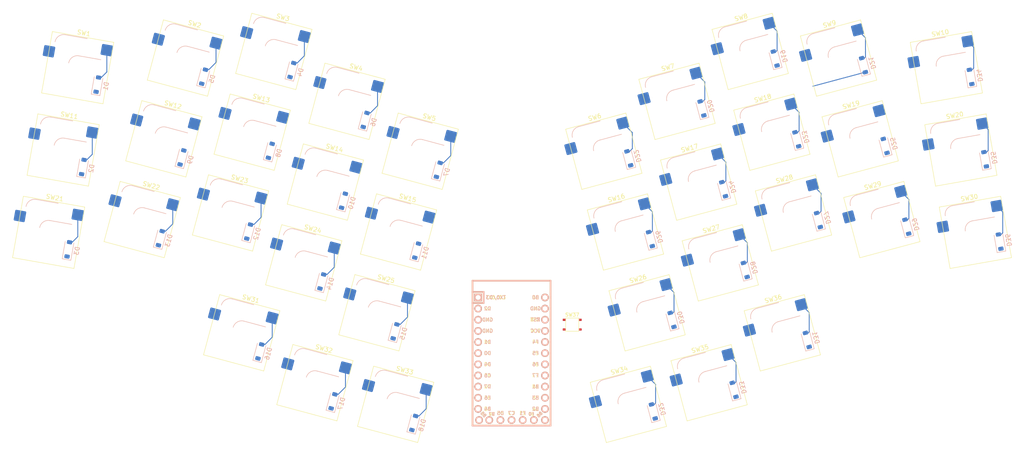
<source format=kicad_pcb>
(kicad_pcb (version 20240108) (generator "pcbnew") (generator_version "8.0")
  (layers (0 "F.Cu" signal) (31 "B.Cu" signal) (34 "B.Paste" user) (35 "F.Paste" user) (36 "B.SilkS" user "B.Silkscreen") (37 "F.SilkS" user "F.Silkscreen") (38 "B.Mask" user) (39 "F.Mask" user) (44 "Edge.Cuts" user))
  (net 0 "")
  (net 1 "COL0")
  (net 2 "Net-(D1-A)")
  (net 3 "Net-(D2-A)")
  (net 4 "Net-(D3-A)")
  (net 5 "Net-(D4-A)")
  (net 6 "Net-(D5-A)")
  (net 7 "Net-(D6-A)")
  (net 8 "Net-(D7-A)")
  (net 9 "Net-(D8-A)")
  (net 10 "Net-(D9-A)")
  (net 11 "Net-(D10-A)")
  (net 12 "Net-(D11-A)")
  (net 13 "Net-(D12-A)")
  (net 14 "Net-(D13-A)")
  (net 15 "Net-(D14-A)")
  (net 16 "Net-(D15-A)")
  (net 17 "Net-(D16-A)")
  (net 18 "Net-(D17-A)")
  (net 19 "Net-(D18-A)")
  (net 20 "Net-(D19-A)")
  (net 21 "Net-(D20-A)")
  (net 22 "Net-(D21-A)")
  (net 23 "Net-(D22-A)")
  (net 24 "Net-(D23-A)")
  (net 25 "Net-(D24-A)")
  (net 26 "Net-(D25-A)")
  (net 27 "Net-(D26-A)")
  (net 28 "Net-(D27-A)")
  (net 29 "Net-(D28-A)")
  (net 30 "Net-(D29-A)")
  (net 31 "Net-(D30-A)")
  (net 32 "Net-(D31-A)")
  (net 33 "Net-(D32-A)")
  (net 34 "Net-(D33-A)")
  (net 35 "Net-(D34-A)")
  (net 36 "Net-(D35-A)")
  (net 37 "Net-(D36-A)")
  (net 38 "ROW0")
  (net 39 "ROW1")
  (net 40 "ROW2")
  (net 41 "ROW3")
  (net 42 "COL1")
  (net 43 "COL2")
  (net 44 "COL3")
  (net 45 "COL4")
  (net 46 "COL5")
  (net 47 "COL6")
  (net 48 "COL7")
  (net 49 "COL8")
  (net 50 "COL9")
  (net 51 "GND")
  (net 54 "Net-(U1-RST)")
  (net 55 "Net-(U1-GND-Pad3)")
  (footprint "Switch_Keyboard_Hotswap_Kailh:SW_Hotswap_Kailh_MX_1.00u" (layer "F.Cu") (at 190.58191 56.25398 15)
    (property "Reference" "SW18")
    (property "Value" "SW_Push")
  )
  (footprint "Switch_Keyboard_Hotswap_Kailh:SW_Hotswap_Kailh_MX_1.00u" (layer "F.Cu") (at 32.431975 41.548969 -10)
    (property "Reference" "SW1")
    (property "Value" "SW_Push")
  )
  (footprint "Switch_Keyboard_Hotswap_Kailh:SW_Hotswap_Kailh_MX_1.00u" (layer "F.Cu") (at 29.123977 60.309556 -10)
    (property "Reference" "SW11")
    (property "Value" "SW_Push")
  )
  (footprint "Switch_Keyboard_Hotswap_Kailh:SW_Hotswap_Kailh_MX_1.00u" (layer "F.Cu") (at 83.932167 86.021492 -15)
    (property "Reference" "SW24")
    (property "Value" "SW_Push")
  )
  (footprint "Switch_Keyboard_Hotswap_Kailh:SW_Hotswap_Kailh_MX_1.00u" (layer "F.Cu") (at 152.300985 60.594719 15)
    (property "Reference" "SW6")
    (property "Value" "SW_Push")
  )
  (footprint "Switch_Keyboard_Hotswap_Kailh:SW_Hotswap_Kailh_MX_1.00u" (layer "F.Cu") (at 178.837202 86.02568 15)
    (property "Reference" "SW27")
    (property "Value" "SW_Push")
  )
  (footprint "Switch_Keyboard_Hotswap_Kailh:SW_Hotswap_Kailh_MX_1.00u" (layer "F.Cu") (at 56.991399 39.358712 -15)
    (property "Reference" "SW2")
    (property "Value" "SW_Push")
  )
  (footprint "Switch_Keyboard_Hotswap_Kailh:SW_Hotswap_Kailh_MX_1.00u" (layer "F.Cu") (at 162.161991 97.396493 15)
    (property "Reference" "SW26")
    (property "Value" "SW_Push")
  )
  (footprint "Switch_Keyboard_Hotswap_Kailh:SW_Hotswap_Kailh_MX_1.00u" (layer "F.Cu") (at 205.77797 39.3629 15)
    (property "Reference" "SW9")
    (property "Value" "SW_Push")
  )
  (footprint "Switch_Keyboard_Hotswap_Kailh:SW_Hotswap_Kailh_MX_1.00u" (layer "F.Cu") (at 47.130393 76.160486 -15)
    (property "Reference" "SW22")
    (property "Value" "SW_Push")
  )
  (footprint "Switch_Keyboard_Hotswap_Kailh:SW_Hotswap_Kailh_MX_1.00u" (layer "F.Cu") (at 86.476432 113.327941 -15)
    (property "Reference" "SW32")
    (property "Value" "SW_Push")
  )
  (footprint "Switch_Keyboard_Hotswap_Kailh:SW_Hotswap_Kailh_MX_1.00u" (layer "F.Cu") (at 157.231488 78.995606 15)
    (property "Reference" "SW16")
    (property "Value" "SW_Push")
  )
  (footprint "Switch_Keyboard_Hotswap_Kailh:SW_Hotswap_Kailh_MX_1.00u" (layer "F.Cu") (at 77.117962 37.848905 -15)
    (property "Reference" "SW3")
    (property "Value" "SW_Push")
  )
  (footprint "Switch_Keyboard_Hotswap_Kailh:SW_Hotswap_Kailh_MX_1.00u" (layer "F.Cu") (at 104.877319 118.258444 -15)
    (property "Reference" "SW33")
    (property "Value" "SW_Push")
  )
  (footprint "Switch_Keyboard_Hotswap_Kailh:SW_Hotswap_Kailh_MX_1.00u" (layer "F.Cu") (at 100.607378 97.392305 -15)
    (property "Reference" "SW25")
    (property "Value" "SW_Push")
  )
  (footprint "Switch_Keyboard_Hotswap_Kailh:SW_Hotswap_Kailh_MX_1.00u" (layer "F.Cu") (at 110.468384 60.590531 -15)
    (property "Reference" "SW5")
    (property "Value" "SW_Push")
  )
  (footprint "Switch_Keyboard_Hotswap_Kailh:SW_Hotswap_Kailh_MX_1.00u" (layer "F.Cu") (at 192.968148 101.961316 15)
    (property "Reference" "SW36")
    (property "Value" "SW_Push")
  )
  (footprint "Switch_Keyboard_Hotswap_Kailh:SW_Hotswap_Kailh_MX_1.00u" (layer "F.Cu") (at 157.89205 118.262632 15)
    (property "Reference" "SW34")
    (property "Value" "SW_Push")
  )
  (footprint "Switch_Keyboard_Hotswap_Kailh:SW_Hotswap_Kailh_MX_1.00u" (layer "F.Cu") (at 173.906699 67.624793 15)
    (property "Reference" "SW17")
    (property "Value" "SW_Push")
  )
  (footprint "Switch_Keyboard_Hotswap_Kailh:SW_Hotswap_Kailh_MX_1.00u" (layer "F.Cu") (at 233.645392 60.313744 10)
    (property "Reference" "SW20")
    (property "Value" "SW_Push")
  )
  (footprint "Switch_Keyboard_Hotswap_Kailh:SW_Hotswap_Kailh_MX_1.00u" (layer "F.Cu") (at 215.638976 76.164674 15)
    (property "Reference" "SW29")
    (property "Value" "SW_Push")
  )
  (footprint "Switch_Keyboard_Hotswap_Kailh:SW_Hotswap_Kailh_MX_1.00u" (layer "F.Cu") (at 69.801221 101.957128 -15)
    (property "Reference" "SW31")
    (property "Value" "SW_Push")
  )
  (footprint "Switch_Keyboard_Hotswap_Kailh:SW_Hotswap_Kailh_MX_1.00u" (layer "F.Cu") (at 185.651407 37.853093 15)
    (property "Reference" "SW8")
    (property "Value" "SW_Push")
  )
  (footprint "Switch_Keyboard_Hotswap_Kailh:SW_Hotswap_Kailh_MX_1.00u" (layer "F.Cu") (at 25.815979 79.070144 -10)
    (property "Reference" "SW21")
    (property "Value" "SW_Push")
  )
  (footprint "Switch_Keyboard_Hotswap_Kailh:SW_Hotswap_Kailh_MX_1.00u" (layer "F.Cu") (at 52.060896 57.759599 -15)
    (property "Reference" "SW12")
    (property "Value" "SW_Push")
  )
  (footprint "Switch_Keyboard_Hotswap_Kailh:SW_Hotswap_Kailh_MX_1.00u" (layer "F.Cu") (at 67.256956 74.650679 -15)
    (property "Reference" "SW23")
    (property "Value" "SW_Push")
  )
  (footprint "Keebio-Parts:SW_SPST_3x3" (layer "F.Cu") (at 145.1 100.1)
    (property "Reference" "SW37")
    (property "Value" "SW_Push")
  )
  (footprint "Switch_Keyboard_Hotswap_Kailh:SW_Hotswap_Kailh_MX_1.00u" (layer "F.Cu") (at 236.95339 79.074332 10)
    (property "Reference" "SW30")
    (property "Value" "SW_Push")
  )
  (footprint "Switch_Keyboard_Hotswap_Kailh:SW_Hotswap_Kailh_MX_1.00u" (layer "F.Cu") (at 93.793173 49.219718 -15)
    (property "Reference" "SW4")
    (property "Value" "SW_Push")
  )
  (footprint "Switch_Keyboard_Hotswap_Kailh:SW_Hotswap_Kailh_MX_1.00u" (layer "F.Cu") (at 168.976196 49.223906 15)
    (property "Reference" "SW7")
    (property "Value" "SW_Push")
  )
  (footprint "Keebio-Parts:Elite-C" (layer "F.Cu") (at 131.28 107.87 -90)
    (property "Reference" "U1" (hide yes))
    (property "Value" "nice_nano" (hide yes))
  )
  (footprint "Switch_Keyboard_Hotswap_Kailh:SW_Hotswap_Kailh_MX_1.00u" (layer "F.Cu") (at 176.292937 113.332129 15)
    (property "Reference" "SW35")
    (property "Value" "SW_Push")
  )
  (footprint "Switch_Keyboard_Hotswap_Kailh:SW_Hotswap_Kailh_MX_1.00u" (layer "F.Cu") (at 195.512413 74.654867 15)
    (property "Reference" "SW28")
    (property "Value" "SW_Push")
  )
  (footprint "Switch_Keyboard_Hotswap_Kailh:SW_Hotswap_Kailh_MX_1.00u" (layer "F.Cu") (at 72.187459 56.249792 -15)
    (property "Reference" "SW13")
    (property "Value" "SW_Push")
  )
  (footprint "Switch_Keyboard_Hotswap_Kailh:SW_Hotswap_Kailh_MX_1.00u" (layer "F.Cu") (at 88.86267 67.620605 -15)
    (property "Reference" "SW14")
    (property "Value" "SW_Push")
  )
  (footprint "Switch_Keyboard_Hotswap_Kailh:SW_Hotswap_Kailh_MX_1.00u" (layer "F.Cu") (at 105.537881 78.991418 -15)
    (property "Reference" "SW15")
    (property "Value" "SW_Push")
  )
  (footprint "Switch_Keyboard_Hotswap_Kailh:SW_Hotswap_Kailh_MX_1.00u" (layer "F.Cu") (at 230.337394 41.553157 10)
    (property "Reference" "SW10")
    (property "Value" "SW_Push")
  )
  (footprint "Switch_Keyboard_Hotswap_Kailh:SW_Hotswap_Kailh_MX_1.00u" (layer "F.Cu") (at 210.708473 57.763787 15)
    (property "Reference" "SW19")
    (property "Value" "SW_Push")
  )
  (footprint "Diode_SMD:D_SOD-123" (layer "B.Cu") (at 211.469094 40.974854 105)
    (property "Reference" "D21")
    (property "Value" "D")
  )
  (footprint "Diode_SMD:D_SOD-123" (layer "B.Cu") (at 114.591065 64.832087 75)
    (property "Reference" "D7")
    (property "Value" "D")
  )
  (footprint "Diode_SMD:D_SOD-123" (layer "B.Cu") (at 221.3301 77.776628 105)
    (property "Reference" "D29")
    (property "Value" "D")
  )
  (footprint "Diode_SMD:D_SOD-123" (layer "B.Cu") (at 90.599113 117.569497 75)
    (property "Reference" "D17")
    (property "Value" "D")
  )
  (footprint "Diode_SMD:D_SOD-123" (layer "B.Cu") (at 30.292648 82.936244 80)
    (property "Reference" "D3")
    (property "Value" "D")
  )
  (footprint "Diode_SMD:D_SOD-123" (layer "B.Cu") (at 235.866371 43.654991 100)
    (property "Reference" "D34")
    (property "Value" "D")
  )
  (footprint "Diode_SMD:D_SOD-123" (layer "B.Cu") (at 88.054848 90.263048 75)
    (property "Reference" "D14")
    (property "Value" "D")
  )
  (footprint "Diode_SMD:D_SOD-123" (layer "B.Cu") (at 109.660562 83.232974 75)
    (property "Reference" "D11")
    (property "Value" "D")
  )
  (footprint "Diode_SMD:D_SOD-123" (layer "B.Cu") (at 81.240643 42.090461 75)
    (property "Reference" "D4")
    (property "Value" "D")
  )
  (footprint "Diode_SMD:D_SOD-123" (layer "B.Cu") (at 181.984061 114.944083 105)
    (property "Reference" "D33")
    (property "Value" "D")
  )
  (footprint "Diode_SMD:D_SOD-123" (layer "B.Cu") (at 71.379637 78.892235 75)
    (property "Reference" "D12")
    (property "Value" "D")
  )
  (footprint "Diode_SMD:D_SOD-123" (layer "B.Cu") (at 239.174369 62.415578 100)
    (property "Reference" "D35")
    (property "Value" "D")
  )
  (footprint "Diode_SMD:D_SOD-123" (layer "B.Cu") (at 196.273034 57.865934 105)
    (property "Reference" "D23")
    (property "Value" "D")
  )
  (footprint "Diode_SMD:D_SOD-123" (layer "B.Cu") (at 198.659272 103.57327 105)
    (property "Reference" "D31")
    (property "Value" "D")
  )
  (footprint "Diode_SMD:D_SOD-123" (layer "B.Cu") (at 201.203537 76.266821 105)
    (property "Reference" "D27")
    (property "Value" "D")
  )
  (footprint "Diode_SMD:D_SOD-123" (layer "B.Cu") (at 163.583174 119.874586 105)
    (property "Reference" "D32")
    (property "Value" "D")
  )
  (footprint "Diode_SMD:D_SOD-123" (layer "B.Cu") (at 76.31014 60.491348 75)
    (property "Reference" "D8")
    (property "Value" "D")
  )
  (footprint "Diode_SMD:D_SOD-123" (layer "B.Cu") (at 179.597823 69.236747 105)
    (property "Reference" "D24")
    (property "Value" "D")
  )
  (footprint "Diode_SMD:D_SOD-123" (layer "B.Cu") (at 242.482367 81.176166 100)
    (property "Reference" "D36")
    (property "Value" "D")
  )
  (footprint "Diode_SMD:D_SOD-123" (layer "B.Cu") (at 167.853115 99.008447 105)
    (property "Reference" "D30")
    (property "Value" "D")
  )
  (footprint "Diode_SMD:D_SOD-123" (layer "B.Cu") (at 73.923902 106.198684 75)
    (property "Reference" "D16")
    (property "Value" "D")
  )
  (footprint "Diode_SMD:D_SOD-123" (layer "B.Cu") (at 174.66732 50.83586 105)
    (property "Reference" "D20")
    (property "Value" "D")
  )
  (footprint "Diode_SMD:D_SOD-123" (layer "B.Cu") (at 97.915854 53.461274 75)
    (property "Reference" "D6")
    (property "Value" "D")
  )
  (footprint "Diode_SMD:D_SOD-123" (layer "B.Cu") (at 33.600646 64.175656 80)
    (property "Reference" "D2")
    (property "Value" "D")
  )
  (footprint "Diode_SMD:D_SOD-123" (layer "B.Cu") (at 157.992109 62.206673 105)
    (property "Reference" "D22")
    (property "Value" "D")
  )
  (footprint "Diode_SMD:D_SOD-123" (layer "B.Cu") (at 109 122.5 75)
    (property "Reference" "D18")
    (property "Value" "D")
  )
  (footprint "Diode_SMD:D_SOD-123" (layer "B.Cu") (at 36.908644 45.415069 80)
    (property "Reference" "D1")
    (property "Value" "D")
  )
  (footprint "Diode_SMD:D_SOD-123" (layer "B.Cu") (at 191.342531 39.465047 105)
    (property "Reference" "D19")
    (property "Value" "D")
  )
  (footprint "Diode_SMD:D_SOD-123" (layer "B.Cu") (at 184.528326 87.637634 105)
    (property "Reference" "D28")
    (property "Value" "D")
  )
  (footprint "Diode_SMD:D_SOD-123" (layer "B.Cu") (at 216.399597 59.375741 105)
    (property "Reference" "D25")
    (property "Value" "D")
  )
  (footprint "Diode_SMD:D_SOD-123" (layer "B.Cu") (at 92.985351 71.862161 75)
    (property "Reference" "D10")
    (property "Value" "D")
  )
  (footprint "Diode_SMD:D_SOD-123" (layer "B.Cu") (at 61.11408 43.600268 75)
    (property "Reference" "D5")
    (property "Value" "D")
  )
  (footprint "Diode_SMD:D_SOD-123" (layer "B.Cu") (at 162.922612 80.60756 105)
    (property "Reference" "D26")
    (property "Value" "D")
  )
  (footprint "Diode_SMD:D_SOD-123" (layer "B.Cu") (at 56.183577 62.001155 75)
    (property "Reference" "D9")
    (property "Value" "D")
  )
  (footprint "Diode_SMD:D_SOD-123" (layer "B.Cu") (at 104.730059 101.633861 75)
    (property "Reference" "D15")
    (property "Value" "D")
  )
  (footprint "Diode_SMD:D_SOD-123" (layer "B.Cu") (at 51.253074 80.402042 75)
    (property "Reference" "D13")
    (property "Value" "D")
  )
  (segment (start 37.195163 43.790136) (end 37.808176 43.790136) (width 0.2) (layer "B.Cu") (net 2))
  (segment (start 39.067355 42.530957) (end 39.067355 37.560598) (width 0.2) (layer "B.Cu") (net 2))
  (segment (start 37.808176 43.790136) (end 39.067355 42.530957) (width 0.2) (layer "B.Cu") (net 2))
  (segment (start 35.759357 61.291544) (end 35.759357 56.321185) (width 0.2) (layer "B.Cu") (net 3))
  (segment (start 34.500178 62.550723) (end 35.759357 61.291544) (width 0.2) (layer "B.Cu") (net 3))
  (segment (start 33.887165 62.550723) (end 34.500178 62.550723) (width 0.2) (layer "B.Cu") (net 3))
  (segment (start 32.451359 80.052132) (end 32.451359 75.081773) (width 0.2) (layer "B.Cu") (net 4))
  (segment (start 30.579167 81.311311) (end 31.19218 81.311311) (width 0.2) (layer "B.Cu") (net 4))
  (segment (start 31.19218 81.311311) (end 32.451359 80.052132) (width 0.2) (layer "B.Cu") (net 4))
  (segment (start 81.667693 40.496683) (end 82.4243 40.496683) (width 0.2) (layer "B.Cu") (net 5))
  (segment (start 84.075701 38.845282) (end 84.075701 34.454023) (width 0.2) (layer "B.Cu") (net 5))
  (segment (start 82.4243 40.496683) (end 84.075701 38.845282) (width 0.2) (layer "B.Cu") (net 5))
  (segment (start 62.297737 42.00649) (end 63.949138 40.355089) (width 0.2) (layer "B.Cu") (net 6))
  (segment (start 63.949138 40.355089) (end 63.949138 35.96383) (width 0.2) (layer "B.Cu") (net 6))
  (segment (start 61.54113 42.00649) (end 62.297737 42.00649) (width 0.2) (layer "B.Cu") (net 6))
  (segment (start 98.342904 51.867496) (end 99.099511 51.867496) (width 0.2) (layer "B.Cu") (net 7))
  (segment (start 99.099511 51.867496) (end 100.750912 50.216095) (width 0.2) (layer "B.Cu") (net 7))
  (segment (start 100.750912 50.216095) (end 100.750912 45.824836) (width 0.2) (layer "B.Cu") (net 7))
  (segment (start 117.426123 61.586908) (end 117.426123 57.195649) (width 0.2) (layer "B.Cu") (net 8))
  (segment (start 115.774722 63.238309) (end 117.426123 61.586908) (width 0.2) (layer "B.Cu") (net 8))
  (segment (start 115.018115 63.238309) (end 115.774722 63.238309) (width 0.2) (layer "B.Cu") (net 8))
  (segment (start 72.563294 77.298457) (end 74.214695 75.647056) (width 0.2) (layer "B.Cu") (net 13))
  (segment (start 71.806687 77.298457) (end 72.563294 77.298457) (width 0.2) (layer "B.Cu") (net 13))
  (segment (start 74.214695 75.647056) (end 74.214695 71.255797) (width 0.2) (layer "B.Cu") (net 13))
  (segment (start 51.680124 78.808264) (end 52.436731 78.808264) (width 0.2) (layer "B.Cu") (net 14))
  (segment (start 52.436731 78.808264) (end 54.088132 77.156863) (width 0.2) (layer "B.Cu") (net 14))
  (segment (start 54.088132 77.156863) (end 54.088132 72.765604) (width 0.2) (layer "B.Cu") (net 14))
  (segment (start 88.481898 88.66927) (end 89.238505 88.66927) (width 0.2) (layer "B.Cu") (net 15))
  (segment (start 90.889906 87.017869) (end 90.889906 82.62661) (width 0.2) (layer "B.Cu") (net 15))
  (segment (start 89.238505 88.66927) (end 90.889906 87.017869) (width 0.2) (layer "B.Cu") (net 15))
  (segment (start 105.157109 100.040083) (end 105.913716 100.040083) (width 0.2) (layer "B.Cu") (net 16))
  (segment (start 107.565117 98.388682) (end 107.565117 93.997423) (width 0.2) (layer "B.Cu") (net 16))
  (segment (start 105.913716 100.040083) (end 107.565117 98.388682) (width 0.2) (layer "B.Cu") (net 16))
  (segment (start 74.350952 104.604906) (end 75.107559 104.604906) (width 0.2) (layer "B.Cu") (net 17))
  (segment (start 76.75896 102.953505) (end 76.75896 98.562246) (width 0.2) (layer "B.Cu") (net 17))
  (segment (start 75.107559 104.604906) (end 76.75896 102.953505) (width 0.2) (layer "B.Cu") (net 17))
  (segment (start 93.434171 114.324318) (end 93.434171 109.933059) (width 0.2) (layer "B.Cu") (net 18))
  (segment (start 91.78277 115.975719) (end 93.434171 114.324318) (width 0.2) (layer "B.Cu") (net 18))
  (segment (start 91.026163 115.975719) (end 91.78277 115.975719) (width 0.2) (layer "B.Cu") (net 18))
  (segment (start 111.835058 119.254821) (end 111.835058 114.863562) (width 0.2) (layer "B.Cu") (net 19))
  (segment (start 110.183657 120.906222) (end 111.835058 119.254821) (width 0.2) (layer "B.Cu") (net 19))
  (segment (start 109.42705 120.906222) (end 110.183657 120.906222) (width 0.2) (layer "B.Cu") (net 19))
  (segment (start 191.78331 37.624606) (end 191.78331 33.237934) (width 0.2) (layer "B.Cu") (net 20))
  (segment (start 191.78331 33.237934) (end 189.979545 31.434169) (width 0.2) (layer "B.Cu") (net 20))
  (segment (start 191.536647 37.871269) (end 191.78331 37.624606) (width 0.2) (layer "B.Cu") (net 20))
  (segment (start 190.915481 37.871269) (end 191.536647 37.871269) (width 0.2) (layer "B.Cu") (net 20))
  (segment (start 175.3 44.800648) (end 173.304334 42.804982) (width 0.2) (layer "B.Cu") (net 21))
  (segment (start 174.24027 49.242082) (end 174.861436 49.242082) (width 0.2) (layer "B.Cu") (net 21))
  (segment (start 174.861436 49.242082) (end 175.3 48.803518) (width 0.2) (layer "B.Cu") (net 21))
  (segment (start 175.3 48.803518) (end 175.3 44.800648) (width 0.2) (layer "B.Cu") (net 21))
  (segment (start 211.909873 39.134413) (end 211.909873 34.747741) (width 0.2) (layer "B.Cu") (net 22))
  (segment (start 211.042044 39.381076) (end 211.66321 39.381076) (width 0.2) (layer "B.Cu") (net 22))
  (segment (start 211.909873 34.747741) (end 210.106108 32.943976) (width 0.2) (layer "B.Cu") (net 22))
  (segment (start 211.66321 39.381076) (end 211.909873 39.134413) (width 0.2) (layer "B.Cu") (net 22))
  (segment (start 158.8 59.99912) (end 158.8 56.346672) (width 0.2) (layer "B.Cu") (net 23))
  (segment (start 158.8 56.346672) (end 156.629123 54.175795) (width 0.2) (layer "B.Cu") (net 23))
  (segment (start 157.565059 60.612895) (end 158.186225 60.612895) (width 0.2) (layer "B.Cu") (net 23))
  (segment (start 158.186225 60.612895) (end 158.8 59.99912) (width 0.2) (layer "B.Cu") (net 23))
  (segment (start 195.845984 56.272156) (end 196.46715 56.272156) (width 0.2) (layer "B.Cu") (net 24))
  (segment (start 196.8 55.939306) (end 196.8 51.725008) (width 0.2) (layer "B.Cu") (net 24))
  (segment (start 196.8 51.725008) (end 194.910048 49.835056) (width 0.2) (layer "B.Cu") (net 24))
  (segment (start 196.46715 56.272156) (end 196.8 55.939306) (width 0.2) (layer "B.Cu") (net 24))
  (segment (start 179.170773 67.642969) (end 179.791939 67.642969) (width 0.2) (layer "B.Cu") (net 25))
  (segment (start 180.1 67.334908) (end 180.1 63.071032) (width 0.2) (layer "B.Cu") (net 25))
  (segment (start 179.791939 67.642969) (end 180.1 67.334908) (width 0.2) (layer "B.Cu") (net 25))
  (segment (start 180.1 63.071032) (end 178.234837 61.205869) (width 0.2) (layer "B.Cu") (net 25))
  (segment (start 163.116728 79.013782) (end 163.363391 78.767119) (width 0.2) (layer "B.Cu") (net 27))
  (segment (start 163.363391 78.767119) (end 163.363391 74.380447) (width 0.2) (layer "B.Cu") (net 27))
  (segment (start 162.495562 79.013782) (end 163.116728 79.013782) (width 0.2) (layer "B.Cu") (net 27))
  (segment (start 163.363391 74.380447) (end 161.559626 72.576682) (width 0.2) (layer "B.Cu") (net 27))
  (segment (start 201.8 74.270696) (end 201.8 70.195392) (width 0.2) (layer "B.Cu") (net 28))
  (segment (start 201.397653 74.673043) (end 201.8 74.270696) (width 0.2) (layer "B.Cu") (net 28))
  (segment (start 201.8 70.195392) (end 199.840551 68.235943) (width 0.2) (layer "B.Cu") (net 28))
  (segment (start 200.776487 74.673043) (end 201.397653 74.673043) (width 0.2) (layer "B.Cu") (net 28))
  (segment (start 184.722442 86.043856) (end 185 85.766298) (width 0.2) (layer "B.Cu") (net 29))
  (segment (start 185 85.766298) (end 185 81.441416) (width 0.2) (layer "B.Cu") (net 29))
  (segment (start 184.101276 86.043856) (end 184.722442 86.043856) (width 0.2) (layer "B.Cu") (net 29))
  (segment (start 185 81.441416) (end 183.16534 79.606756) (width 0.2) (layer "B.Cu") (net 29))
  (segment (start 221.8 75.907066) (end 221.8 71.578636) (width 0.2) (layer "B.Cu") (net 30))
  (segment (start 221.8 71.578636) (end 219.967114 69.74575) (width 0.2) (layer "B.Cu") (net 30))
  (segment (start 220.90305 76.18285) (end 221.524216 76.18285) (width 0.2) (layer "B.Cu") (net 30))
  (segment (start 221.524216 76.18285) (end 221.8 75.907066) (width 0.2) (layer "B.Cu") (net 30))
  (segment (start 168.047231 97.414669) (end 168.293894 97.168006) (width 0.2) (layer "B.Cu") (net 31))
  (segment (start 168.293894 97.168006) (end 168.293894 92.781334) (width 0.2) (layer "B.Cu") (net 31))
  (segment (start 167.426065 97.414669) (end 168.047231 97.414669) (width 0.2) (layer "B.Cu") (net 31))
  (segment (start 168.293894 92.781334) (end 166.490129 90.977569) (width 0.2) (layer "B.Cu") (net 31))
  (segment (start 199.100051 101.732829) (end 199.100051 97.346157) (width 0.2) (layer "B.Cu") (net 32))
  (segment (start 199.100051 97.346157) (end 197.296286 95.542392) (width 0.2) (layer "B.Cu") (net 32))
  (segment (start 198.853388 101.979492) (end 199.100051 101.732829) (width 0.2) (layer "B.Cu") (net 32))
  (segment (start 198.232222 101.979492) (end 198.853388 101.979492) (width 0.2) (layer "B.Cu") (net 32))
  (segment (start 164.1 113.72352) (end 162.220188 111.843708) (width 0.2) (layer "B.Cu") (net 33))
  (segment (start 163.77729 118.280808) (end 164.1 117.958098) (width 0.2) (layer "B.Cu") (net 33))
  (segment (start 163.156124 118.280808) (end 163.77729 118.280808) (width 0.2) (layer "B.Cu") (net 33))
  (segment (start 164.1 117.958098) (end 164.1 113.72352) (width 0.2) (layer "B.Cu") (net 33))
  (segment (start 182.42484 108.71697) (end 180.621075 106.913205) (width 0.2) (layer "B.Cu") (net 34))
  (segment (start 181.557011 113.350305) (end 182.178177 113.350305) (width 0.2) (layer "B.Cu") (net 34))
  (segment (start 182.178177 113.350305) (end 182.42484 113.103642) (width 0.2) (layer "B.Cu") (net 34))
  (segment (start 182.42484 113.103642) (end 182.42484 108.71697) (width 0.2) (layer "B.Cu") (net 34))
  (segment (start 236.565217 36.89259) (end 235.208508 35.535881) (width 0.2) (layer "B.Cu") (net 35))
  (segment (start 236.189108 42.030058) (end 236.565217 41.653949) (width 0.2) (layer "B.Cu") (net 35))
  (segment (start 235.579852 42.030058) (end 236.189108 42.030058) (width 0.2) (layer "B.Cu") (net 35))
  (segment (start 236.565217 41.653949) (end 236.565217 36.89259) (width 0.2) (layer "B.Cu") (net 35))
  (segment (start 239.873215 55.653177) (end 238.516506 54.296468) (width 0.2) (layer "B.Cu") (net 36))
  (segment (start 239.873215 60.414536) (end 239.873215 55.653177) (width 0.2) (layer "B.Cu") (net 36))
  (segment (start 239.497106 60.790645) (end 239.873215 60.414536) (width 0.2) (layer "B.Cu") (net 36))
  (segment (start 238.88785 60.790645) (end 239.497106 60.790645) (width 0.2) (layer "B.Cu") (net 36))
  (segment (start 242.195848 79.551233) (end 242.805104 79.551233) (width 0.2) (layer "B.Cu") (net 37))
  (segment (start 243.181213 74.413765) (end 241.824504 73.057056) (width 0.2) (layer "B.Cu") (net 37))
  (segment (start 243.181213 79.175124) (end 243.181213 74.413765) (width 0.2) (layer "B.Cu") (net 37))
  (segment (start 242.805104 79.551233) (end 243.181213 79.175124) (width 0.2) (layer "B.Cu") (net 37))
  (segment (start 211.896145 42.568632) (end 199.935566 45.773458) (width 0.2) (layer "B.Cu") (net 40))
  (segment (start 182.411111 116.53786) (end 182.411112 116.537861) (width 0.2) (layer "B.Cu") (net 41))
)
</source>
